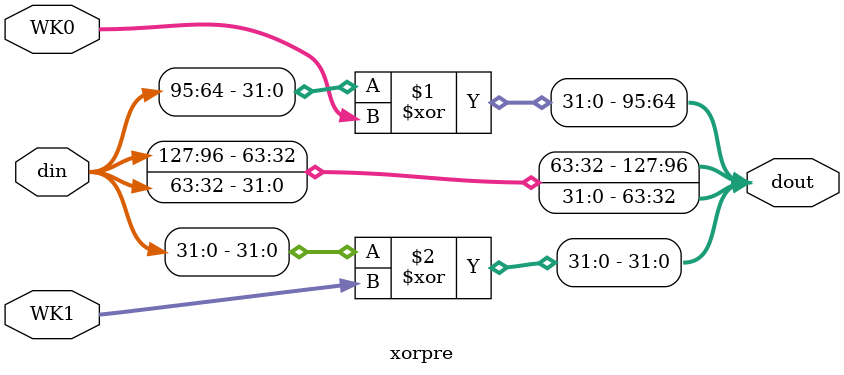
<source format=v>
module xorpre(
input           [127:0]     din,  //data in
input           [ 31:0]     WK0,
input           [ 31:0]     WK1,
output          [127:0]     dout  //data out
);

assign dout[127:96] = din[127:96];
assign dout[ 95:64] = din[ 95:64] ^ WK0;
assign dout[ 63:32] = din[ 63:32];
assign dout[ 31: 0] = din[ 31: 0] ^ WK1;

endmodule
</source>
